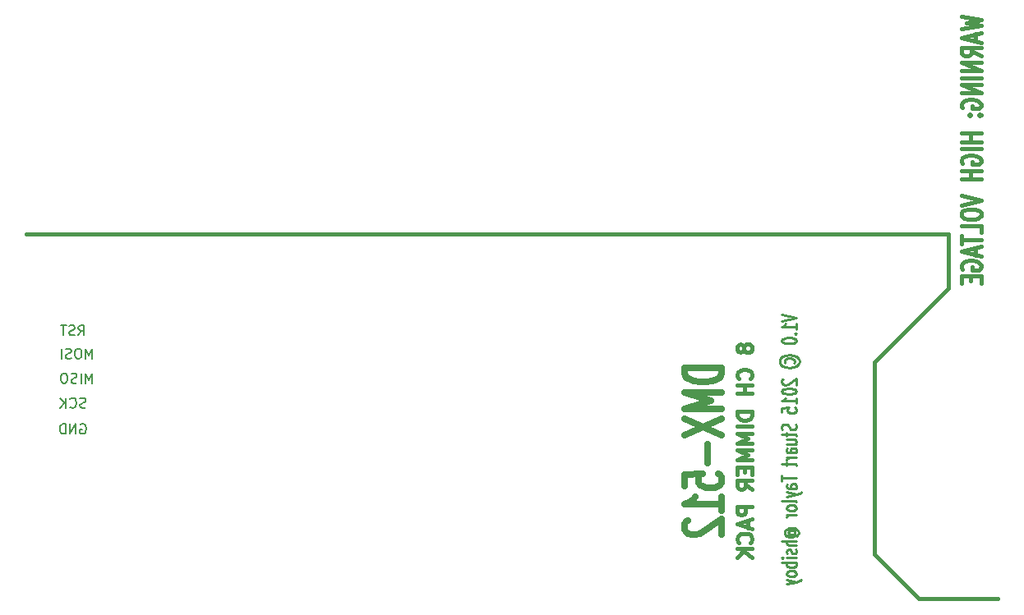
<source format=gbo>
G04 (created by PCBNEW (2013-07-07 BZR 4022)-stable) date 06/01/2015 12:36:27*
%MOIN*%
G04 Gerber Fmt 3.4, Leading zero omitted, Abs format*
%FSLAX34Y34*%
G01*
G70*
G90*
G04 APERTURE LIST*
%ADD10C,0.00590551*%
%ADD11C,0.01*%
%ADD12C,0.008*%
%ADD13C,0.015*%
%ADD14C,0.025*%
G04 APERTURE END LIST*
G54D10*
G54D11*
X70442Y-46264D02*
X71042Y-46397D01*
X70442Y-46530D01*
X71042Y-46873D02*
X71042Y-46645D01*
X71042Y-46759D02*
X70442Y-46759D01*
X70528Y-46721D01*
X70585Y-46683D01*
X70614Y-46645D01*
X70985Y-47045D02*
X71014Y-47064D01*
X71042Y-47045D01*
X71014Y-47026D01*
X70985Y-47045D01*
X71042Y-47045D01*
X70442Y-47311D02*
X70442Y-47350D01*
X70471Y-47388D01*
X70500Y-47407D01*
X70557Y-47426D01*
X70671Y-47445D01*
X70814Y-47445D01*
X70928Y-47426D01*
X70985Y-47407D01*
X71014Y-47388D01*
X71042Y-47350D01*
X71042Y-47311D01*
X71014Y-47273D01*
X70985Y-47254D01*
X70928Y-47235D01*
X70814Y-47216D01*
X70671Y-47216D01*
X70557Y-47235D01*
X70500Y-47254D01*
X70471Y-47273D01*
X70442Y-47311D01*
X70585Y-48245D02*
X70557Y-48207D01*
X70557Y-48130D01*
X70585Y-48092D01*
X70642Y-48054D01*
X70700Y-48035D01*
X70814Y-48035D01*
X70871Y-48054D01*
X70928Y-48092D01*
X70957Y-48130D01*
X70957Y-48207D01*
X70928Y-48245D01*
X70357Y-48169D02*
X70385Y-48073D01*
X70471Y-47978D01*
X70614Y-47921D01*
X70757Y-47902D01*
X70900Y-47921D01*
X71042Y-47978D01*
X71128Y-48073D01*
X71157Y-48169D01*
X71128Y-48264D01*
X71042Y-48359D01*
X70900Y-48416D01*
X70757Y-48435D01*
X70614Y-48416D01*
X70471Y-48359D01*
X70385Y-48264D01*
X70357Y-48169D01*
X70500Y-48892D02*
X70471Y-48911D01*
X70442Y-48950D01*
X70442Y-49045D01*
X70471Y-49083D01*
X70500Y-49102D01*
X70557Y-49121D01*
X70614Y-49121D01*
X70700Y-49102D01*
X71042Y-48873D01*
X71042Y-49121D01*
X70442Y-49369D02*
X70442Y-49407D01*
X70471Y-49445D01*
X70500Y-49464D01*
X70557Y-49483D01*
X70671Y-49502D01*
X70814Y-49502D01*
X70928Y-49483D01*
X70985Y-49464D01*
X71014Y-49445D01*
X71042Y-49407D01*
X71042Y-49369D01*
X71014Y-49330D01*
X70985Y-49311D01*
X70928Y-49292D01*
X70814Y-49273D01*
X70671Y-49273D01*
X70557Y-49292D01*
X70500Y-49311D01*
X70471Y-49330D01*
X70442Y-49369D01*
X71042Y-49883D02*
X71042Y-49654D01*
X71042Y-49769D02*
X70442Y-49769D01*
X70528Y-49730D01*
X70585Y-49692D01*
X70614Y-49654D01*
X70442Y-50245D02*
X70442Y-50054D01*
X70728Y-50035D01*
X70700Y-50054D01*
X70671Y-50092D01*
X70671Y-50188D01*
X70700Y-50226D01*
X70728Y-50245D01*
X70785Y-50264D01*
X70928Y-50264D01*
X70985Y-50245D01*
X71014Y-50226D01*
X71042Y-50188D01*
X71042Y-50092D01*
X71014Y-50054D01*
X70985Y-50035D01*
X71014Y-50721D02*
X71042Y-50778D01*
X71042Y-50873D01*
X71014Y-50911D01*
X70985Y-50930D01*
X70928Y-50950D01*
X70871Y-50950D01*
X70814Y-50930D01*
X70785Y-50911D01*
X70757Y-50873D01*
X70728Y-50797D01*
X70700Y-50759D01*
X70671Y-50740D01*
X70614Y-50721D01*
X70557Y-50721D01*
X70500Y-50740D01*
X70471Y-50759D01*
X70442Y-50797D01*
X70442Y-50892D01*
X70471Y-50950D01*
X70642Y-51064D02*
X70642Y-51216D01*
X70442Y-51121D02*
X70957Y-51121D01*
X71014Y-51140D01*
X71042Y-51178D01*
X71042Y-51216D01*
X70642Y-51521D02*
X71042Y-51521D01*
X70642Y-51350D02*
X70957Y-51350D01*
X71014Y-51369D01*
X71042Y-51407D01*
X71042Y-51464D01*
X71014Y-51502D01*
X70985Y-51521D01*
X71042Y-51883D02*
X70728Y-51883D01*
X70671Y-51864D01*
X70642Y-51826D01*
X70642Y-51750D01*
X70671Y-51711D01*
X71014Y-51883D02*
X71042Y-51845D01*
X71042Y-51750D01*
X71014Y-51711D01*
X70957Y-51692D01*
X70900Y-51692D01*
X70842Y-51711D01*
X70814Y-51750D01*
X70814Y-51845D01*
X70785Y-51883D01*
X71042Y-52073D02*
X70642Y-52073D01*
X70757Y-52073D02*
X70700Y-52092D01*
X70671Y-52111D01*
X70642Y-52150D01*
X70642Y-52188D01*
X70642Y-52264D02*
X70642Y-52416D01*
X70442Y-52321D02*
X70957Y-52321D01*
X71014Y-52340D01*
X71042Y-52378D01*
X71042Y-52416D01*
X70442Y-52797D02*
X70442Y-53026D01*
X71042Y-52911D02*
X70442Y-52911D01*
X71042Y-53330D02*
X70728Y-53330D01*
X70671Y-53311D01*
X70642Y-53273D01*
X70642Y-53197D01*
X70671Y-53159D01*
X71014Y-53330D02*
X71042Y-53292D01*
X71042Y-53197D01*
X71014Y-53159D01*
X70957Y-53140D01*
X70900Y-53140D01*
X70842Y-53159D01*
X70814Y-53197D01*
X70814Y-53292D01*
X70785Y-53330D01*
X70642Y-53483D02*
X71042Y-53578D01*
X70642Y-53673D02*
X71042Y-53578D01*
X71185Y-53540D01*
X71214Y-53521D01*
X71242Y-53483D01*
X71042Y-53883D02*
X71014Y-53845D01*
X70957Y-53826D01*
X70442Y-53826D01*
X71042Y-54092D02*
X71014Y-54054D01*
X70985Y-54035D01*
X70928Y-54016D01*
X70757Y-54016D01*
X70700Y-54035D01*
X70671Y-54054D01*
X70642Y-54092D01*
X70642Y-54149D01*
X70671Y-54188D01*
X70700Y-54207D01*
X70757Y-54226D01*
X70928Y-54226D01*
X70985Y-54207D01*
X71014Y-54188D01*
X71042Y-54149D01*
X71042Y-54092D01*
X71042Y-54397D02*
X70642Y-54397D01*
X70757Y-54397D02*
X70700Y-54416D01*
X70671Y-54435D01*
X70642Y-54473D01*
X70642Y-54511D01*
X70757Y-55197D02*
X70728Y-55178D01*
X70700Y-55140D01*
X70700Y-55102D01*
X70728Y-55064D01*
X70757Y-55045D01*
X70814Y-55026D01*
X70871Y-55026D01*
X70928Y-55045D01*
X70957Y-55064D01*
X70985Y-55102D01*
X70985Y-55140D01*
X70957Y-55178D01*
X70928Y-55197D01*
X70700Y-55197D02*
X70928Y-55197D01*
X70957Y-55216D01*
X70957Y-55235D01*
X70928Y-55273D01*
X70871Y-55292D01*
X70728Y-55292D01*
X70642Y-55254D01*
X70585Y-55197D01*
X70557Y-55121D01*
X70585Y-55045D01*
X70642Y-54988D01*
X70728Y-54949D01*
X70842Y-54930D01*
X70957Y-54949D01*
X71042Y-54988D01*
X71100Y-55045D01*
X71128Y-55121D01*
X71100Y-55197D01*
X71042Y-55254D01*
X71042Y-55464D02*
X70442Y-55464D01*
X71042Y-55635D02*
X70728Y-55635D01*
X70671Y-55616D01*
X70642Y-55578D01*
X70642Y-55521D01*
X70671Y-55483D01*
X70700Y-55464D01*
X71014Y-55807D02*
X71042Y-55845D01*
X71042Y-55921D01*
X71014Y-55959D01*
X70957Y-55978D01*
X70928Y-55978D01*
X70871Y-55959D01*
X70842Y-55921D01*
X70842Y-55864D01*
X70814Y-55826D01*
X70757Y-55807D01*
X70728Y-55807D01*
X70671Y-55826D01*
X70642Y-55864D01*
X70642Y-55921D01*
X70671Y-55959D01*
X71042Y-56149D02*
X70642Y-56149D01*
X70442Y-56149D02*
X70471Y-56130D01*
X70500Y-56149D01*
X70471Y-56169D01*
X70442Y-56149D01*
X70500Y-56149D01*
X71042Y-56340D02*
X70442Y-56340D01*
X70671Y-56340D02*
X70642Y-56378D01*
X70642Y-56454D01*
X70671Y-56492D01*
X70700Y-56511D01*
X70757Y-56530D01*
X70928Y-56530D01*
X70985Y-56511D01*
X71014Y-56492D01*
X71042Y-56454D01*
X71042Y-56378D01*
X71014Y-56340D01*
X71042Y-56759D02*
X71014Y-56721D01*
X70985Y-56702D01*
X70928Y-56683D01*
X70757Y-56683D01*
X70700Y-56702D01*
X70671Y-56721D01*
X70642Y-56759D01*
X70642Y-56816D01*
X70671Y-56854D01*
X70700Y-56873D01*
X70757Y-56892D01*
X70928Y-56892D01*
X70985Y-56873D01*
X71014Y-56854D01*
X71042Y-56816D01*
X71042Y-56759D01*
X70642Y-57026D02*
X71042Y-57121D01*
X70642Y-57216D02*
X71042Y-57121D01*
X71185Y-57083D01*
X71214Y-57064D01*
X71242Y-57026D01*
G54D12*
X41919Y-47111D02*
X42052Y-46921D01*
X42147Y-47111D02*
X42147Y-46711D01*
X41995Y-46711D01*
X41957Y-46730D01*
X41938Y-46750D01*
X41919Y-46788D01*
X41919Y-46845D01*
X41938Y-46883D01*
X41957Y-46902D01*
X41995Y-46921D01*
X42147Y-46921D01*
X41766Y-47092D02*
X41709Y-47111D01*
X41614Y-47111D01*
X41576Y-47092D01*
X41557Y-47073D01*
X41538Y-47035D01*
X41538Y-46997D01*
X41557Y-46959D01*
X41576Y-46940D01*
X41614Y-46921D01*
X41690Y-46902D01*
X41728Y-46883D01*
X41747Y-46864D01*
X41766Y-46826D01*
X41766Y-46788D01*
X41747Y-46750D01*
X41728Y-46730D01*
X41690Y-46711D01*
X41595Y-46711D01*
X41538Y-46730D01*
X41423Y-46711D02*
X41195Y-46711D01*
X41309Y-47111D02*
X41309Y-46711D01*
X42214Y-50042D02*
X42157Y-50061D01*
X42061Y-50061D01*
X42023Y-50042D01*
X42004Y-50023D01*
X41985Y-49985D01*
X41985Y-49947D01*
X42004Y-49909D01*
X42023Y-49890D01*
X42061Y-49871D01*
X42138Y-49852D01*
X42176Y-49833D01*
X42195Y-49814D01*
X42214Y-49776D01*
X42214Y-49738D01*
X42195Y-49700D01*
X42176Y-49680D01*
X42138Y-49661D01*
X42042Y-49661D01*
X41985Y-49680D01*
X41585Y-50023D02*
X41604Y-50042D01*
X41661Y-50061D01*
X41700Y-50061D01*
X41757Y-50042D01*
X41795Y-50004D01*
X41814Y-49966D01*
X41833Y-49890D01*
X41833Y-49833D01*
X41814Y-49757D01*
X41795Y-49719D01*
X41757Y-49680D01*
X41700Y-49661D01*
X41661Y-49661D01*
X41604Y-49680D01*
X41585Y-49700D01*
X41414Y-50061D02*
X41414Y-49661D01*
X41185Y-50061D02*
X41357Y-49833D01*
X41185Y-49661D02*
X41414Y-49890D01*
X42478Y-48061D02*
X42478Y-47661D01*
X42345Y-47947D01*
X42211Y-47661D01*
X42211Y-48061D01*
X41945Y-47661D02*
X41869Y-47661D01*
X41830Y-47680D01*
X41792Y-47719D01*
X41773Y-47795D01*
X41773Y-47928D01*
X41792Y-48004D01*
X41830Y-48042D01*
X41869Y-48061D01*
X41945Y-48061D01*
X41983Y-48042D01*
X42021Y-48004D01*
X42040Y-47928D01*
X42040Y-47795D01*
X42021Y-47719D01*
X41983Y-47680D01*
X41945Y-47661D01*
X41621Y-48042D02*
X41564Y-48061D01*
X41469Y-48061D01*
X41430Y-48042D01*
X41411Y-48023D01*
X41392Y-47985D01*
X41392Y-47947D01*
X41411Y-47909D01*
X41430Y-47890D01*
X41469Y-47871D01*
X41545Y-47852D01*
X41583Y-47833D01*
X41602Y-47814D01*
X41621Y-47776D01*
X41621Y-47738D01*
X41602Y-47700D01*
X41583Y-47680D01*
X41545Y-47661D01*
X41450Y-47661D01*
X41392Y-47680D01*
X41221Y-48061D02*
X41221Y-47661D01*
X42478Y-49061D02*
X42478Y-48661D01*
X42345Y-48947D01*
X42211Y-48661D01*
X42211Y-49061D01*
X42021Y-49061D02*
X42021Y-48661D01*
X41849Y-49042D02*
X41792Y-49061D01*
X41697Y-49061D01*
X41659Y-49042D01*
X41640Y-49023D01*
X41621Y-48985D01*
X41621Y-48947D01*
X41640Y-48909D01*
X41659Y-48890D01*
X41697Y-48871D01*
X41773Y-48852D01*
X41811Y-48833D01*
X41830Y-48814D01*
X41849Y-48776D01*
X41849Y-48738D01*
X41830Y-48700D01*
X41811Y-48680D01*
X41773Y-48661D01*
X41678Y-48661D01*
X41621Y-48680D01*
X41373Y-48661D02*
X41297Y-48661D01*
X41259Y-48680D01*
X41221Y-48719D01*
X41202Y-48795D01*
X41202Y-48928D01*
X41221Y-49004D01*
X41259Y-49042D01*
X41297Y-49061D01*
X41373Y-49061D01*
X41411Y-49042D01*
X41449Y-49004D01*
X41469Y-48928D01*
X41469Y-48795D01*
X41449Y-48719D01*
X41411Y-48680D01*
X41373Y-48661D01*
X42004Y-50730D02*
X42042Y-50711D01*
X42100Y-50711D01*
X42157Y-50730D01*
X42195Y-50769D01*
X42214Y-50807D01*
X42233Y-50883D01*
X42233Y-50940D01*
X42214Y-51016D01*
X42195Y-51054D01*
X42157Y-51092D01*
X42100Y-51111D01*
X42061Y-51111D01*
X42004Y-51092D01*
X41985Y-51073D01*
X41985Y-50940D01*
X42061Y-50940D01*
X41814Y-51111D02*
X41814Y-50711D01*
X41585Y-51111D01*
X41585Y-50711D01*
X41395Y-51111D02*
X41395Y-50711D01*
X41299Y-50711D01*
X41242Y-50730D01*
X41204Y-50769D01*
X41185Y-50807D01*
X41166Y-50883D01*
X41166Y-50940D01*
X41185Y-51016D01*
X41204Y-51054D01*
X41242Y-51092D01*
X41299Y-51111D01*
X41395Y-51111D01*
G54D13*
X68900Y-47585D02*
X68871Y-47528D01*
X68842Y-47500D01*
X68785Y-47471D01*
X68757Y-47471D01*
X68700Y-47500D01*
X68671Y-47528D01*
X68642Y-47585D01*
X68642Y-47700D01*
X68671Y-47757D01*
X68700Y-47785D01*
X68757Y-47814D01*
X68785Y-47814D01*
X68842Y-47785D01*
X68871Y-47757D01*
X68900Y-47700D01*
X68900Y-47585D01*
X68928Y-47528D01*
X68957Y-47500D01*
X69014Y-47471D01*
X69128Y-47471D01*
X69185Y-47500D01*
X69214Y-47528D01*
X69242Y-47585D01*
X69242Y-47700D01*
X69214Y-47757D01*
X69185Y-47785D01*
X69128Y-47814D01*
X69014Y-47814D01*
X68957Y-47785D01*
X68928Y-47757D01*
X68900Y-47700D01*
X69185Y-48871D02*
X69214Y-48842D01*
X69242Y-48757D01*
X69242Y-48700D01*
X69214Y-48614D01*
X69157Y-48557D01*
X69100Y-48528D01*
X68985Y-48500D01*
X68900Y-48500D01*
X68785Y-48528D01*
X68728Y-48557D01*
X68671Y-48614D01*
X68642Y-48700D01*
X68642Y-48757D01*
X68671Y-48842D01*
X68700Y-48871D01*
X69242Y-49128D02*
X68642Y-49128D01*
X68928Y-49128D02*
X68928Y-49471D01*
X69242Y-49471D02*
X68642Y-49471D01*
X69242Y-50214D02*
X68642Y-50214D01*
X68642Y-50357D01*
X68671Y-50442D01*
X68728Y-50500D01*
X68785Y-50528D01*
X68900Y-50557D01*
X68985Y-50557D01*
X69100Y-50528D01*
X69157Y-50500D01*
X69214Y-50442D01*
X69242Y-50357D01*
X69242Y-50214D01*
X69242Y-50814D02*
X68642Y-50814D01*
X69242Y-51100D02*
X68642Y-51100D01*
X69071Y-51300D01*
X68642Y-51500D01*
X69242Y-51500D01*
X69242Y-51785D02*
X68642Y-51785D01*
X69071Y-51985D01*
X68642Y-52185D01*
X69242Y-52185D01*
X68928Y-52471D02*
X68928Y-52671D01*
X69242Y-52757D02*
X69242Y-52471D01*
X68642Y-52471D01*
X68642Y-52757D01*
X69242Y-53357D02*
X68957Y-53157D01*
X69242Y-53014D02*
X68642Y-53014D01*
X68642Y-53242D01*
X68671Y-53299D01*
X68700Y-53328D01*
X68757Y-53357D01*
X68842Y-53357D01*
X68900Y-53328D01*
X68928Y-53299D01*
X68957Y-53242D01*
X68957Y-53014D01*
X69242Y-54071D02*
X68642Y-54071D01*
X68642Y-54300D01*
X68671Y-54357D01*
X68700Y-54385D01*
X68757Y-54414D01*
X68842Y-54414D01*
X68900Y-54385D01*
X68928Y-54357D01*
X68957Y-54300D01*
X68957Y-54071D01*
X69071Y-54642D02*
X69071Y-54928D01*
X69242Y-54585D02*
X68642Y-54785D01*
X69242Y-54985D01*
X69185Y-55528D02*
X69214Y-55500D01*
X69242Y-55414D01*
X69242Y-55357D01*
X69214Y-55271D01*
X69157Y-55214D01*
X69100Y-55185D01*
X68985Y-55157D01*
X68900Y-55157D01*
X68785Y-55185D01*
X68728Y-55214D01*
X68671Y-55271D01*
X68642Y-55357D01*
X68642Y-55414D01*
X68671Y-55500D01*
X68700Y-55528D01*
X69242Y-55785D02*
X68642Y-55785D01*
X69242Y-56128D02*
X68900Y-55871D01*
X68642Y-56128D02*
X68985Y-55785D01*
G54D14*
X68007Y-48442D02*
X66507Y-48442D01*
X66507Y-48680D01*
X66578Y-48823D01*
X66721Y-48919D01*
X66864Y-48966D01*
X67150Y-49014D01*
X67364Y-49014D01*
X67650Y-48966D01*
X67792Y-48919D01*
X67935Y-48823D01*
X68007Y-48680D01*
X68007Y-48442D01*
X68007Y-49442D02*
X66507Y-49442D01*
X67578Y-49776D01*
X66507Y-50109D01*
X68007Y-50109D01*
X66507Y-50490D02*
X68007Y-51157D01*
X66507Y-51157D02*
X68007Y-50490D01*
X67435Y-51538D02*
X67435Y-52300D01*
X66507Y-53252D02*
X66507Y-52776D01*
X67221Y-52728D01*
X67150Y-52776D01*
X67078Y-52871D01*
X67078Y-53109D01*
X67150Y-53204D01*
X67221Y-53252D01*
X67364Y-53300D01*
X67721Y-53300D01*
X67864Y-53252D01*
X67935Y-53204D01*
X68007Y-53109D01*
X68007Y-52871D01*
X67935Y-52776D01*
X67864Y-52728D01*
X68007Y-54252D02*
X68007Y-53680D01*
X68007Y-53966D02*
X66507Y-53966D01*
X66721Y-53871D01*
X66864Y-53776D01*
X66935Y-53680D01*
X66650Y-54633D02*
X66578Y-54680D01*
X66507Y-54776D01*
X66507Y-55014D01*
X66578Y-55109D01*
X66650Y-55157D01*
X66792Y-55204D01*
X66935Y-55204D01*
X67150Y-55157D01*
X68007Y-54585D01*
X68007Y-55204D01*
G54D13*
X77723Y-34171D02*
X78523Y-34314D01*
X77952Y-34428D01*
X78523Y-34542D01*
X77723Y-34685D01*
X78295Y-34885D02*
X78295Y-35171D01*
X78523Y-34828D02*
X77723Y-35028D01*
X78523Y-35228D01*
X78523Y-35771D02*
X78142Y-35571D01*
X78523Y-35428D02*
X77723Y-35428D01*
X77723Y-35657D01*
X77761Y-35714D01*
X77800Y-35742D01*
X77876Y-35771D01*
X77990Y-35771D01*
X78066Y-35742D01*
X78104Y-35714D01*
X78142Y-35657D01*
X78142Y-35428D01*
X78523Y-36028D02*
X77723Y-36028D01*
X78523Y-36371D01*
X77723Y-36371D01*
X78523Y-36657D02*
X77723Y-36657D01*
X78523Y-36942D02*
X77723Y-36942D01*
X78523Y-37285D01*
X77723Y-37285D01*
X77761Y-37885D02*
X77723Y-37828D01*
X77723Y-37742D01*
X77761Y-37657D01*
X77838Y-37600D01*
X77914Y-37571D01*
X78066Y-37542D01*
X78180Y-37542D01*
X78333Y-37571D01*
X78409Y-37600D01*
X78485Y-37657D01*
X78523Y-37742D01*
X78523Y-37800D01*
X78485Y-37885D01*
X78447Y-37914D01*
X78180Y-37914D01*
X78180Y-37800D01*
X78447Y-38171D02*
X78485Y-38200D01*
X78523Y-38171D01*
X78485Y-38142D01*
X78447Y-38171D01*
X78523Y-38171D01*
X78028Y-38171D02*
X78066Y-38200D01*
X78104Y-38171D01*
X78066Y-38142D01*
X78028Y-38171D01*
X78104Y-38171D01*
X78523Y-38914D02*
X77723Y-38914D01*
X78104Y-38914D02*
X78104Y-39257D01*
X78523Y-39257D02*
X77723Y-39257D01*
X78523Y-39542D02*
X77723Y-39542D01*
X77761Y-40142D02*
X77723Y-40085D01*
X77723Y-40000D01*
X77761Y-39914D01*
X77838Y-39857D01*
X77914Y-39828D01*
X78066Y-39800D01*
X78180Y-39800D01*
X78333Y-39828D01*
X78409Y-39857D01*
X78485Y-39914D01*
X78523Y-40000D01*
X78523Y-40057D01*
X78485Y-40142D01*
X78447Y-40171D01*
X78180Y-40171D01*
X78180Y-40057D01*
X78523Y-40428D02*
X77723Y-40428D01*
X78104Y-40428D02*
X78104Y-40771D01*
X78523Y-40771D02*
X77723Y-40771D01*
X77723Y-41428D02*
X78523Y-41628D01*
X77723Y-41828D01*
X77723Y-42142D02*
X77723Y-42257D01*
X77761Y-42314D01*
X77838Y-42371D01*
X77990Y-42400D01*
X78257Y-42400D01*
X78409Y-42371D01*
X78485Y-42314D01*
X78523Y-42257D01*
X78523Y-42142D01*
X78485Y-42085D01*
X78409Y-42028D01*
X78257Y-42000D01*
X77990Y-42000D01*
X77838Y-42028D01*
X77761Y-42085D01*
X77723Y-42142D01*
X78523Y-42942D02*
X78523Y-42657D01*
X77723Y-42657D01*
X77723Y-43057D02*
X77723Y-43399D01*
X78523Y-43228D02*
X77723Y-43228D01*
X78295Y-43571D02*
X78295Y-43857D01*
X78523Y-43514D02*
X77723Y-43714D01*
X78523Y-43914D01*
X77761Y-44428D02*
X77723Y-44371D01*
X77723Y-44285D01*
X77761Y-44199D01*
X77838Y-44142D01*
X77914Y-44114D01*
X78066Y-44085D01*
X78180Y-44085D01*
X78333Y-44114D01*
X78409Y-44142D01*
X78485Y-44199D01*
X78523Y-44285D01*
X78523Y-44342D01*
X78485Y-44428D01*
X78447Y-44457D01*
X78180Y-44457D01*
X78180Y-44342D01*
X78104Y-44714D02*
X78104Y-44914D01*
X78523Y-44999D02*
X78523Y-44714D01*
X77723Y-44714D01*
X77723Y-44999D01*
X40000Y-43000D02*
X39800Y-43000D01*
X76000Y-57800D02*
X79200Y-57800D01*
X74200Y-56000D02*
X76000Y-57800D01*
X74200Y-48200D02*
X74200Y-56000D01*
X77200Y-45200D02*
X74200Y-48200D01*
X77200Y-43000D02*
X77200Y-45200D01*
X40000Y-43000D02*
X77200Y-43000D01*
M02*

</source>
